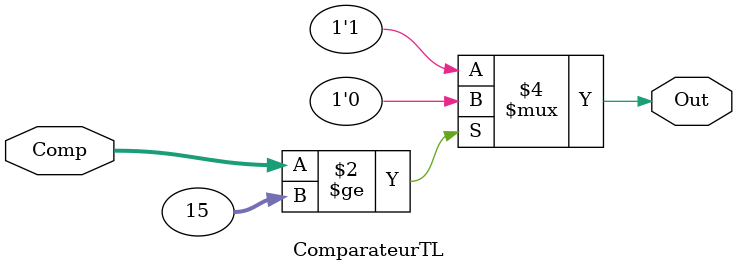
<source format=v>
module ComparateurTL(Comp, Out) ;

parameter COMP_VALUE = 15 ;
parameter BUS_SIZE = 8 ;
parameter POLARITY = 0 ;

input[BUS_SIZE-1:0] Comp ;

output reg Out ;

always@(Comp)

	begin
	
		if(Comp >= COMP_VALUE)
			begin
				Out <= POLARITY ;
			end
		else
			begin
				Out <= ~POLARITY ;
			end
	end
	
endmodule

</source>
